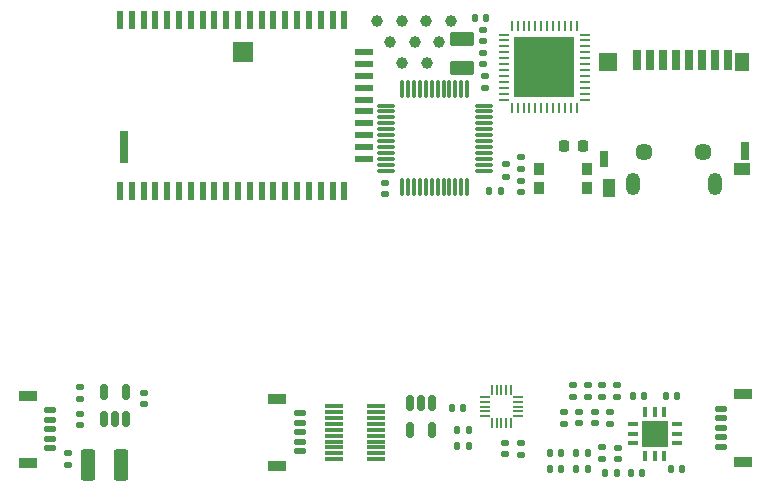
<source format=gbr>
%TF.GenerationSoftware,KiCad,Pcbnew,(6.0.0)*%
%TF.CreationDate,2022-04-23T22:24:28+01:00*%
%TF.ProjectId,main,6d61696e-2e6b-4696-9361-645f70636258,rev?*%
%TF.SameCoordinates,Original*%
%TF.FileFunction,Soldermask,Top*%
%TF.FilePolarity,Negative*%
%FSLAX46Y46*%
G04 Gerber Fmt 4.6, Leading zero omitted, Abs format (unit mm)*
G04 Created by KiCad (PCBNEW (6.0.0)) date 2022-04-23 22:24:28*
%MOMM*%
%LPD*%
G01*
G04 APERTURE LIST*
G04 Aperture macros list*
%AMRoundRect*
0 Rectangle with rounded corners*
0 $1 Rounding radius*
0 $2 $3 $4 $5 $6 $7 $8 $9 X,Y pos of 4 corners*
0 Add a 4 corners polygon primitive as box body*
4,1,4,$2,$3,$4,$5,$6,$7,$8,$9,$2,$3,0*
0 Add four circle primitives for the rounded corners*
1,1,$1+$1,$2,$3*
1,1,$1+$1,$4,$5*
1,1,$1+$1,$6,$7*
1,1,$1+$1,$8,$9*
0 Add four rect primitives between the rounded corners*
20,1,$1+$1,$2,$3,$4,$5,0*
20,1,$1+$1,$4,$5,$6,$7,0*
20,1,$1+$1,$6,$7,$8,$9,0*
20,1,$1+$1,$8,$9,$2,$3,0*%
%AMFreePoly0*
4,1,14,0.354215,0.088284,0.450784,-0.008285,0.462500,-0.036569,0.462500,-0.060000,0.450784,-0.088284,0.422500,-0.100000,-0.422500,-0.100000,-0.450784,-0.088284,-0.462500,-0.060000,-0.462500,0.060000,-0.450784,0.088284,-0.422500,0.100000,0.325931,0.100000,0.354215,0.088284,0.354215,0.088284,$1*%
%AMFreePoly1*
4,1,14,0.450784,0.088284,0.462500,0.060000,0.462500,0.036569,0.450784,0.008285,0.354215,-0.088284,0.325931,-0.100000,-0.422500,-0.100000,-0.450784,-0.088284,-0.462500,-0.060000,-0.462500,0.060000,-0.450784,0.088284,-0.422500,0.100000,0.422500,0.100000,0.450784,0.088284,0.450784,0.088284,$1*%
%AMFreePoly2*
4,1,14,0.088284,0.450784,0.100000,0.422500,0.100000,-0.422500,0.088284,-0.450784,0.060000,-0.462500,-0.060000,-0.462500,-0.088284,-0.450784,-0.100000,-0.422500,-0.100000,0.325931,-0.088284,0.354215,0.008285,0.450784,0.036569,0.462500,0.060000,0.462500,0.088284,0.450784,0.088284,0.450784,$1*%
%AMFreePoly3*
4,1,14,-0.008285,0.450784,0.088284,0.354215,0.100000,0.325931,0.100000,-0.422500,0.088284,-0.450784,0.060000,-0.462500,-0.060000,-0.462500,-0.088284,-0.450784,-0.100000,-0.422500,-0.100000,0.422500,-0.088284,0.450784,-0.060000,0.462500,-0.036569,0.462500,-0.008285,0.450784,-0.008285,0.450784,$1*%
%AMFreePoly4*
4,1,14,0.450784,0.088284,0.462500,0.060000,0.462500,-0.060000,0.450784,-0.088284,0.422500,-0.100000,-0.325931,-0.100000,-0.354215,-0.088284,-0.450784,0.008285,-0.462500,0.036569,-0.462500,0.060000,-0.450784,0.088284,-0.422500,0.100000,0.422500,0.100000,0.450784,0.088284,0.450784,0.088284,$1*%
%AMFreePoly5*
4,1,14,0.450784,0.088284,0.462500,0.060000,0.462500,-0.060000,0.450784,-0.088284,0.422500,-0.100000,-0.422500,-0.100000,-0.450784,-0.088284,-0.462500,-0.060000,-0.462500,-0.036569,-0.450784,-0.008285,-0.354215,0.088284,-0.325931,0.100000,0.422500,0.100000,0.450784,0.088284,0.450784,0.088284,$1*%
%AMFreePoly6*
4,1,14,0.088284,0.450784,0.100000,0.422500,0.100000,-0.325931,0.088284,-0.354215,-0.008285,-0.450784,-0.036569,-0.462500,-0.060000,-0.462500,-0.088284,-0.450784,-0.100000,-0.422500,-0.100000,0.422500,-0.088284,0.450784,-0.060000,0.462500,0.060000,0.462500,0.088284,0.450784,0.088284,0.450784,$1*%
%AMFreePoly7*
4,1,14,0.088284,0.450784,0.100000,0.422500,0.100000,-0.422500,0.088284,-0.450784,0.060000,-0.462500,0.036569,-0.462500,0.008285,-0.450784,-0.088284,-0.354215,-0.100000,-0.325931,-0.100000,0.422500,-0.088284,0.450784,-0.060000,0.462500,0.060000,0.462500,0.088284,0.450784,0.088284,0.450784,$1*%
G04 Aperture macros list end*
%ADD10RoundRect,0.135000X-0.185000X0.135000X-0.185000X-0.135000X0.185000X-0.135000X0.185000X0.135000X0*%
%ADD11RoundRect,0.140000X0.170000X-0.140000X0.170000X0.140000X-0.170000X0.140000X-0.170000X-0.140000X0*%
%ADD12C,1.000000*%
%ADD13RoundRect,0.140000X-0.170000X0.140000X-0.170000X-0.140000X0.170000X-0.140000X0.170000X0.140000X0*%
%ADD14RoundRect,0.125000X-0.375000X0.125000X-0.375000X-0.125000X0.375000X-0.125000X0.375000X0.125000X0*%
%ADD15RoundRect,0.225000X-0.575000X0.225000X-0.575000X-0.225000X0.575000X-0.225000X0.575000X0.225000X0*%
%ADD16RoundRect,0.140000X-0.140000X-0.170000X0.140000X-0.170000X0.140000X0.170000X-0.140000X0.170000X0*%
%ADD17R,1.600000X0.300000*%
%ADD18RoundRect,0.135000X0.135000X0.185000X-0.135000X0.185000X-0.135000X-0.185000X0.135000X-0.185000X0*%
%ADD19R,0.600000X1.500000*%
%ADD20R,1.500000X0.600000*%
%ADD21R,0.760000X2.790000*%
%ADD22R,1.780000X1.780000*%
%ADD23R,0.700000X1.750000*%
%ADD24R,1.450000X1.000000*%
%ADD25R,1.000000X1.550000*%
%ADD26R,0.800000X1.400000*%
%ADD27R,1.500000X1.500000*%
%ADD28R,1.300000X1.500000*%
%ADD29R,0.800000X1.500000*%
%ADD30RoundRect,0.250000X0.375000X1.075000X-0.375000X1.075000X-0.375000X-1.075000X0.375000X-1.075000X0*%
%ADD31RoundRect,0.140000X0.140000X0.170000X-0.140000X0.170000X-0.140000X-0.170000X0.140000X-0.170000X0*%
%ADD32R,0.965200X0.304800*%
%ADD33R,0.304800X0.965200*%
%ADD34R,2.260600X2.260600*%
%ADD35R,0.900000X1.000000*%
%ADD36RoundRect,0.150000X-0.150000X0.512500X-0.150000X-0.512500X0.150000X-0.512500X0.150000X0.512500X0*%
%ADD37RoundRect,0.075000X-0.662500X-0.075000X0.662500X-0.075000X0.662500X0.075000X-0.662500X0.075000X0*%
%ADD38RoundRect,0.075000X-0.075000X-0.662500X0.075000X-0.662500X0.075000X0.662500X-0.075000X0.662500X0*%
%ADD39FreePoly0,90.000000*%
%ADD40RoundRect,0.050000X0.050000X-0.412500X0.050000X0.412500X-0.050000X0.412500X-0.050000X-0.412500X0*%
%ADD41FreePoly1,90.000000*%
%ADD42FreePoly2,90.000000*%
%ADD43RoundRect,0.050000X0.412500X-0.050000X0.412500X0.050000X-0.412500X0.050000X-0.412500X-0.050000X0*%
%ADD44FreePoly3,90.000000*%
%ADD45FreePoly4,90.000000*%
%ADD46FreePoly5,90.000000*%
%ADD47FreePoly6,90.000000*%
%ADD48FreePoly7,90.000000*%
%ADD49RoundRect,0.050800X0.950000X-0.550000X0.950000X0.550000X-0.950000X0.550000X-0.950000X-0.550000X0*%
%ADD50RoundRect,0.050800X-0.950000X0.550000X-0.950000X-0.550000X0.950000X-0.550000X0.950000X0.550000X0*%
%ADD51RoundRect,0.150000X0.150000X-0.512500X0.150000X0.512500X-0.150000X0.512500X-0.150000X-0.512500X0*%
%ADD52RoundRect,0.135000X0.185000X-0.135000X0.185000X0.135000X-0.185000X0.135000X-0.185000X-0.135000X0*%
%ADD53RoundRect,0.218750X-0.218750X-0.256250X0.218750X-0.256250X0.218750X0.256250X-0.218750X0.256250X0*%
%ADD54RoundRect,0.125000X0.375000X-0.125000X0.375000X0.125000X-0.375000X0.125000X-0.375000X-0.125000X0*%
%ADD55RoundRect,0.225000X0.575000X-0.225000X0.575000X0.225000X-0.575000X0.225000X-0.575000X-0.225000X0*%
%ADD56RoundRect,0.062500X-0.375000X-0.062500X0.375000X-0.062500X0.375000X0.062500X-0.375000X0.062500X0*%
%ADD57RoundRect,0.062500X-0.062500X-0.375000X0.062500X-0.375000X0.062500X0.375000X-0.062500X0.375000X0*%
%ADD58R,5.100000X5.100000*%
%ADD59C,1.450000*%
%ADD60O,1.200000X1.900000*%
G04 APERTURE END LIST*
D10*
%TO.C,R20*%
X110075000Y-92315000D03*
X110075000Y-93335000D03*
%TD*%
%TO.C,R51*%
X71700000Y-117390000D03*
X71700000Y-118410000D03*
%TD*%
D11*
%TO.C,C86*%
X114489588Y-112660000D03*
X114489588Y-111700000D03*
%TD*%
D12*
%TO.C,TP71*%
X99000000Y-82600000D03*
%TD*%
%TO.C,TP32*%
X100000000Y-84400000D03*
%TD*%
%TO.C,TP30*%
X103100000Y-82600000D03*
%TD*%
D13*
%TO.C,C76*%
X107000000Y-85520000D03*
X107000000Y-86480000D03*
%TD*%
%TO.C,C80*%
X116289588Y-113940000D03*
X116289588Y-114900000D03*
%TD*%
D12*
%TO.C,TP33*%
X99966666Y-80800000D03*
%TD*%
D14*
%TO.C,J5*%
X70220000Y-113800000D03*
X70220000Y-114600000D03*
X70220000Y-115400000D03*
X70220000Y-116200000D03*
X70220000Y-117000000D03*
D15*
X68300000Y-118250000D03*
X68300000Y-112550000D03*
%TD*%
D13*
%TO.C,C13*%
X106825000Y-83545000D03*
X106825000Y-84505000D03*
%TD*%
D16*
%TO.C,C75*%
X107370000Y-95275000D03*
X108330000Y-95275000D03*
%TD*%
D12*
%TO.C,TP34*%
X102033332Y-80800000D03*
%TD*%
%TO.C,TP70*%
X104100000Y-80800000D03*
%TD*%
D17*
%TO.C,J11*%
X94200000Y-117950000D03*
X94200000Y-117450000D03*
X94200000Y-116950000D03*
X94200000Y-116450000D03*
X94200000Y-115950000D03*
X94200000Y-115450000D03*
X94200000Y-114950000D03*
X94200000Y-114450000D03*
X94200000Y-113950000D03*
X94200000Y-113450000D03*
X97800000Y-117950000D03*
X97800000Y-117450000D03*
X97800000Y-116950000D03*
X97800000Y-116450000D03*
X97800000Y-115950000D03*
X97800000Y-115450000D03*
X97800000Y-114950000D03*
X97800000Y-114450000D03*
X97800000Y-113950000D03*
X97800000Y-113450000D03*
%TD*%
D10*
%TO.C,R80*%
X117589588Y-113910000D03*
X117589588Y-114930000D03*
%TD*%
D18*
%TO.C,R42*%
X105620000Y-116800000D03*
X104600000Y-116800000D03*
%TD*%
D19*
%TO.C,U3*%
X76100000Y-95250000D03*
X77100000Y-95250000D03*
X78100000Y-95250000D03*
X79100000Y-95250000D03*
X80100000Y-95250000D03*
X81100000Y-95250000D03*
X82100000Y-95250000D03*
X83100000Y-95250000D03*
X84100000Y-95250000D03*
X85100000Y-95250000D03*
X86100000Y-95250000D03*
X87100000Y-95250000D03*
X88100000Y-95250000D03*
X89100000Y-95250000D03*
X90100000Y-95250000D03*
X91100000Y-95250000D03*
X92100000Y-95250000D03*
X93100000Y-95250000D03*
X94100000Y-95250000D03*
X95100000Y-95250000D03*
D20*
X96750000Y-92500000D03*
X96750000Y-91500000D03*
X96750000Y-90500000D03*
X96750000Y-89500000D03*
X96750000Y-88500000D03*
X96750000Y-87500000D03*
X96750000Y-86500000D03*
X96750000Y-85500000D03*
X96750000Y-84500000D03*
X96750000Y-83500000D03*
D19*
X95100000Y-80750000D03*
X94100000Y-80750000D03*
X93100000Y-80750000D03*
X92100000Y-80750000D03*
X91100000Y-80750000D03*
X90100000Y-80750000D03*
X89100000Y-80750000D03*
X88100000Y-80750000D03*
X87100000Y-80750000D03*
X86100000Y-80750000D03*
X85100000Y-80750000D03*
X84100000Y-80750000D03*
X83100000Y-80750000D03*
X82100000Y-80750000D03*
X81100000Y-80750000D03*
X80100000Y-80750000D03*
X79100000Y-80750000D03*
X78100000Y-80750000D03*
X77100000Y-80750000D03*
D21*
X76420000Y-91540000D03*
D19*
X76100000Y-80750000D03*
D22*
X86530000Y-83480000D03*
%TD*%
D23*
%TO.C,CN20*%
X119905000Y-84150000D03*
X121005000Y-84150000D03*
X122105000Y-84150000D03*
X123205000Y-84150000D03*
X124305000Y-84150000D03*
X125405000Y-84150000D03*
X126505000Y-84150000D03*
X127605000Y-84150000D03*
D24*
X128730000Y-93375000D03*
D25*
X117505000Y-94950000D03*
D26*
X117105000Y-92525000D03*
D27*
X117455000Y-84275000D03*
D28*
X128805000Y-84275000D03*
D29*
X129055000Y-91875000D03*
%TD*%
D18*
%TO.C,R41*%
X105620000Y-115500000D03*
X104600000Y-115500000D03*
%TD*%
D30*
%TO.C,L50*%
X76225000Y-118400000D03*
X73425000Y-118400000D03*
%TD*%
D31*
%TO.C,C85*%
X113475000Y-118750000D03*
X112515000Y-118750000D03*
%TD*%
D11*
%TO.C,C83*%
X118305000Y-117930000D03*
X118305000Y-116970000D03*
%TD*%
D10*
%TO.C,R21*%
X108800000Y-92990000D03*
X108800000Y-94010000D03*
%TD*%
D14*
%TO.C,J80*%
X91315724Y-114070000D03*
X91315724Y-114870000D03*
X91315724Y-115670000D03*
X91315724Y-116470000D03*
X91315724Y-117270000D03*
D15*
X89395724Y-118520000D03*
X89395724Y-112820000D03*
%TD*%
D10*
%TO.C,R82*%
X116889588Y-111670000D03*
X116889588Y-112690000D03*
%TD*%
D12*
%TO.C,TP31*%
X102100000Y-84400000D03*
%TD*%
D18*
%TO.C,R87*%
X118155000Y-119100000D03*
X117135000Y-119100000D03*
%TD*%
D32*
%TO.C,U8*%
X119522688Y-114999999D03*
X119522688Y-115800000D03*
X119522688Y-116600001D03*
D33*
X120589587Y-117666900D03*
X121389588Y-117666900D03*
X122189589Y-117666900D03*
D32*
X123256488Y-116600001D03*
X123256488Y-115800000D03*
X123256488Y-114999999D03*
D33*
X122189589Y-113933100D03*
X121389588Y-113933100D03*
X120589587Y-113933100D03*
D34*
X121389588Y-115800000D03*
%TD*%
D35*
%TO.C,SW1*%
X111550000Y-93350000D03*
X115650000Y-93350000D03*
X115650000Y-94950000D03*
X111550000Y-94950000D03*
%TD*%
D31*
%TO.C,C10*%
X107080000Y-80575000D03*
X106120000Y-80575000D03*
%TD*%
D36*
%TO.C,U6*%
X102550000Y-113162500D03*
X101600000Y-113162500D03*
X100650000Y-113162500D03*
X100650000Y-115437500D03*
X102550000Y-115437500D03*
%TD*%
D13*
%TO.C,C30*%
X98500000Y-94520000D03*
X98500000Y-95480000D03*
%TD*%
D10*
%TO.C,R84*%
X113689588Y-113910000D03*
X113689588Y-114930000D03*
%TD*%
D37*
%TO.C,U2*%
X98587500Y-88000000D03*
X98587500Y-88500000D03*
X98587500Y-89000000D03*
X98587500Y-89500000D03*
X98587500Y-90000000D03*
X98587500Y-90500000D03*
X98587500Y-91000000D03*
X98587500Y-91500000D03*
X98587500Y-92000000D03*
X98587500Y-92500000D03*
X98587500Y-93000000D03*
X98587500Y-93500000D03*
D38*
X100000000Y-94912500D03*
X100500000Y-94912500D03*
X101000000Y-94912500D03*
X101500000Y-94912500D03*
X102000000Y-94912500D03*
X102500000Y-94912500D03*
X103000000Y-94912500D03*
X103500000Y-94912500D03*
X104000000Y-94912500D03*
X104500000Y-94912500D03*
X105000000Y-94912500D03*
X105500000Y-94912500D03*
D37*
X106912500Y-93500000D03*
X106912500Y-93000000D03*
X106912500Y-92500000D03*
X106912500Y-92000000D03*
X106912500Y-91500000D03*
X106912500Y-91000000D03*
X106912500Y-90500000D03*
X106912500Y-90000000D03*
X106912500Y-89500000D03*
X106912500Y-89000000D03*
X106912500Y-88500000D03*
X106912500Y-88000000D03*
D38*
X105500000Y-86587500D03*
X105000000Y-86587500D03*
X104500000Y-86587500D03*
X104000000Y-86587500D03*
X103500000Y-86587500D03*
X103000000Y-86587500D03*
X102500000Y-86587500D03*
X102000000Y-86587500D03*
X101500000Y-86587500D03*
X101000000Y-86587500D03*
X100500000Y-86587500D03*
X100000000Y-86587500D03*
%TD*%
D18*
%TO.C,R81*%
X115705000Y-117400000D03*
X114685000Y-117400000D03*
%TD*%
D39*
%TO.C,U4*%
X107600000Y-114887500D03*
D40*
X108000000Y-114887500D03*
X108400000Y-114887500D03*
X108800000Y-114887500D03*
D41*
X109200000Y-114887500D03*
D42*
X109787500Y-114300000D03*
D43*
X109787500Y-113900000D03*
X109787500Y-113500000D03*
X109787500Y-113100000D03*
D44*
X109787500Y-112700000D03*
D45*
X109200000Y-112112500D03*
D40*
X108800000Y-112112500D03*
X108400000Y-112112500D03*
X108000000Y-112112500D03*
D46*
X107600000Y-112112500D03*
D47*
X107012500Y-112700000D03*
D43*
X107012500Y-113100000D03*
X107012500Y-113500000D03*
X107012500Y-113900000D03*
D48*
X107012500Y-114300000D03*
%TD*%
D49*
%TO.C,X10*%
X105100000Y-82400000D03*
D50*
X105100000Y-84800000D03*
%TD*%
D12*
%TO.C,TP73*%
X97900000Y-80800000D03*
%TD*%
D16*
%TO.C,C89*%
X122725000Y-118800000D03*
X123685000Y-118800000D03*
%TD*%
D31*
%TO.C,C40*%
X105180000Y-113600000D03*
X104220000Y-113600000D03*
%TD*%
D51*
%TO.C,U5*%
X74750000Y-114537500D03*
X75700000Y-114537500D03*
X76650000Y-114537500D03*
X76650000Y-112262500D03*
X74750000Y-112262500D03*
%TD*%
D11*
%TO.C,C12*%
X106825000Y-82530000D03*
X106825000Y-81570000D03*
%TD*%
D52*
%TO.C,R83*%
X116955000Y-117960000D03*
X116955000Y-116940000D03*
%TD*%
%TO.C,R40*%
X110065000Y-117565000D03*
X110065000Y-116545000D03*
%TD*%
D11*
%TO.C,C50*%
X72700000Y-115080000D03*
X72700000Y-114120000D03*
%TD*%
D10*
%TO.C,R50*%
X72700000Y-111790000D03*
X72700000Y-112810000D03*
%TD*%
D13*
%TO.C,C21*%
X110075000Y-94370000D03*
X110075000Y-95330000D03*
%TD*%
D53*
%TO.C,D10*%
X113712500Y-91425000D03*
X115287500Y-91425000D03*
%TD*%
D11*
%TO.C,C82*%
X118189588Y-112660000D03*
X118189588Y-111700000D03*
%TD*%
D31*
%TO.C,C810*%
X123269588Y-112600000D03*
X122309588Y-112600000D03*
%TD*%
D16*
%TO.C,C88*%
X119542688Y-112600000D03*
X120502688Y-112600000D03*
%TD*%
D12*
%TO.C,TP72*%
X101050000Y-82600000D03*
%TD*%
D11*
%TO.C,C51*%
X78100000Y-113280000D03*
X78100000Y-112320000D03*
%TD*%
D13*
%TO.C,C84*%
X114989588Y-113940000D03*
X114989588Y-114900000D03*
%TD*%
D31*
%TO.C,C81*%
X113475000Y-117400000D03*
X112515000Y-117400000D03*
%TD*%
D13*
%TO.C,C41*%
X108665000Y-116575000D03*
X108665000Y-117535000D03*
%TD*%
D54*
%TO.C,J81*%
X126970000Y-116890000D03*
X126970000Y-116090000D03*
X126970000Y-115290000D03*
X126970000Y-114490000D03*
X126970000Y-113690000D03*
D55*
X128890000Y-118140000D03*
X128890000Y-112440000D03*
%TD*%
D16*
%TO.C,C87*%
X119375000Y-119100000D03*
X120335000Y-119100000D03*
%TD*%
D10*
%TO.C,R86*%
X115689588Y-111670000D03*
X115689588Y-112690000D03*
%TD*%
D56*
%TO.C,U1*%
X108587500Y-81987500D03*
X108587500Y-82487500D03*
X108587500Y-82987500D03*
X108587500Y-83487500D03*
X108587500Y-83987500D03*
X108587500Y-84487500D03*
X108587500Y-84987500D03*
X108587500Y-85487500D03*
X108587500Y-85987500D03*
X108587500Y-86487500D03*
X108587500Y-86987500D03*
X108587500Y-87487500D03*
D57*
X109275000Y-88175000D03*
X109775000Y-88175000D03*
X110275000Y-88175000D03*
X110775000Y-88175000D03*
X111275000Y-88175000D03*
X111775000Y-88175000D03*
X112275000Y-88175000D03*
X112775000Y-88175000D03*
X113275000Y-88175000D03*
X113775000Y-88175000D03*
X114275000Y-88175000D03*
X114775000Y-88175000D03*
D56*
X115462500Y-87487500D03*
X115462500Y-86987500D03*
X115462500Y-86487500D03*
X115462500Y-85987500D03*
X115462500Y-85487500D03*
X115462500Y-84987500D03*
X115462500Y-84487500D03*
X115462500Y-83987500D03*
X115462500Y-83487500D03*
X115462500Y-82987500D03*
X115462500Y-82487500D03*
X115462500Y-81987500D03*
D57*
X114775000Y-81300000D03*
X114275000Y-81300000D03*
X113775000Y-81300000D03*
X113275000Y-81300000D03*
X112775000Y-81300000D03*
X112275000Y-81300000D03*
X111775000Y-81300000D03*
X111275000Y-81300000D03*
X110775000Y-81300000D03*
X110275000Y-81300000D03*
X109775000Y-81300000D03*
X109275000Y-81300000D03*
D58*
X112025000Y-84737500D03*
%TD*%
D18*
%TO.C,R85*%
X115715000Y-118750000D03*
X114695000Y-118750000D03*
%TD*%
D59*
%TO.C,CN70*%
X120500000Y-91900000D03*
D60*
X119500000Y-94600000D03*
D59*
X125500000Y-91900000D03*
D60*
X126500000Y-94600000D03*
%TD*%
M02*

</source>
